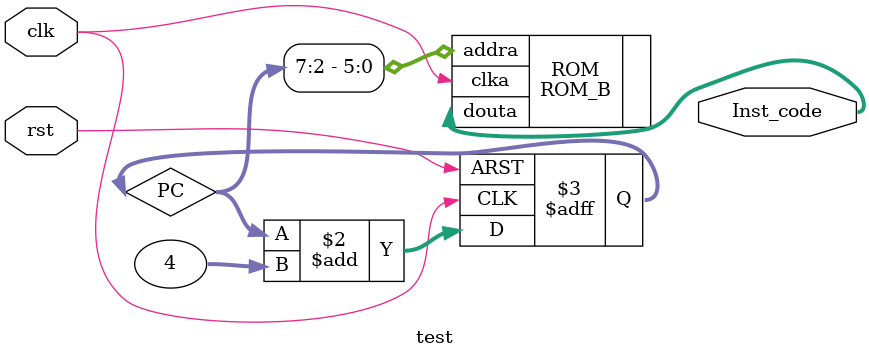
<source format=v>
`timescale 1ns / 1ps
module test(rst,clk,Inst_code
    );
input clk;
input rst;
reg [31:0]PC;
output[31:0]Inst_code;
ROM_B ROM (
  .clka(clk), // input clka
  .addra(PC[7:2]), // input [5 : 0] addra
  .douta(Inst_code) // output [31 : 0] douta
);

always@(negedge clk or posedge rst)
begin
if(rst)
	begin
	PC<=32'h0000_0000;
	end
	else
	begin
	PC<=PC+4;
	end
end	
	
endmodule
</source>
